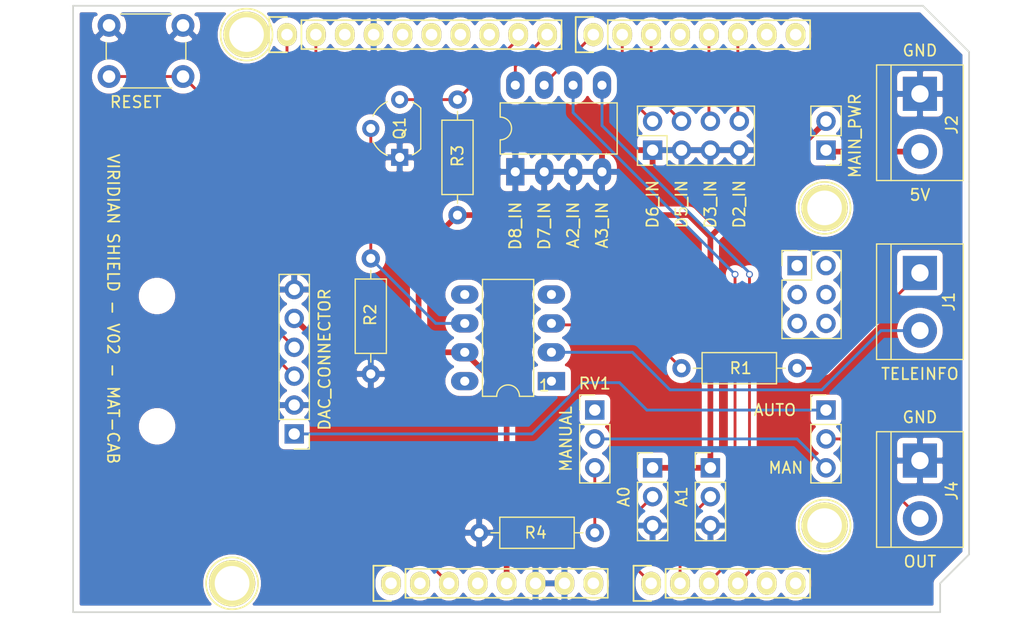
<source format=kicad_pcb>
(kicad_pcb (version 20171130) (host pcbnew "(5.1.10)-1")
  (title_block (title ViridianShield) (date 2020-05-08) (rev v02) (comment 4 "Author : Mathieu CABASSON"))
  (layers (0 F.Cu signal) (31 B.Cu signal) (34 B.Paste user hide) (35 F.Paste user) (36 B.SilkS user) (37 F.SilkS user) (38 B.Mask user) (39 F.Mask user) (44 Edge.Cuts user))
  (net 0 "")
  (net 1 +5V)
  (net 2 GND)
  (net 3 /A0)
  (net 4 /A1)
  (net 5 /SDA)
  (net 6 /SCL)
  (net 7 /D8)
  (net 8 /D7)
  (net 9 /D6)
  (net 10 /D5)
  (net 11 /D3)
  (net 12 /D2)
  (net 13 "Net-(Q1-Pad2)")
  (net 14 /MANUAL_OUTPUT)
  (net 15 "Net-(J2-Pad2)")
  (net 16 "Net-(J3-Pad1)")
  (net 17 "Net-(J4-Pad2)")
  (net 18 "Net-(R1-Pad1)")
  (net 19 "Net-(R4-Pad1)")
  (net 20 "Net-(J1-Pad2)")
  (net 21 "Net-(J1-Pad1)")
  (net 22 /RESET)
  (net 23 /A2)
  (net 24 /A3)
  (net 25 /D9)
  (module ViridianShield:PinHeader_2x04_P2.54mm_Vertical_OtherPinAlloc (layer F.Cu) (at 161.925 85.725 90)
    (fp_text reference SW2 hide)
    (fp_text value D2-6_INPUT_SWITCHES)
    (fp_line (start -1.33 8.95) (end 3.87 8.95) (layer F.SilkS) (width 0.12))
    (fp_line (start -1.33 1.27) (end -1.33 8.95) (layer F.SilkS) (width 0.12))
    (fp_line (start 3.87 -1.33) (end 3.87 8.95) (layer F.SilkS) (width 0.12))
    (fp_line (start -1.33 1.27) (end 1.27 1.27) (layer F.SilkS) (width 0.12))
    (fp_line (start 1.27 1.27) (end 1.27 -1.33) (layer F.SilkS) (width 0.12))
    (fp_line (start 1.27 -1.33) (end 3.87 -1.33) (layer F.SilkS) (width 0.12))
    (fp_line (start -1.33 0) (end -1.33 -1.33) (layer F.SilkS) (width 0.12))
    (fp_line (start -1.33 -1.33) (end 0 -1.33) (layer F.SilkS) (width 0.12))
    (pad 5 thru_hole oval (at 2.54 7.62 90) (size 1.7 1.7) (drill 1) (layers *.Cu *.Mask) (net 12 /D2))
    (pad 4 thru_hole oval (at 0 7.62 90) (size 1.7 1.7) (drill 1) (layers *.Cu *.Mask) (net 2 GND))
    (pad 6 thru_hole oval (at 2.54 5.08 90) (size 1.7 1.7) (drill 1) (layers *.Cu *.Mask) (net 11 /D3))
    (pad 3 thru_hole oval (at 0 5.08 90) (size 1.7 1.7) (drill 1) (layers *.Cu *.Mask) (net 2 GND))
    (pad 7 thru_hole oval (at 2.54 2.54 90) (size 1.7 1.7) (drill 1) (layers *.Cu *.Mask) (net 10 /D5))
    (pad 2 thru_hole oval (at 0 2.54 90) (size 1.7 1.7) (drill 1) (layers *.Cu *.Mask) (net 2 GND))
    (pad 8 thru_hole oval (at 2.54 0 90) (size 1.7 1.7) (drill 1) (layers *.Cu *.Mask) (net 9 /D6))
    (pad 1 thru_hole rect (at 0 0 90) (size 1.7 1.7) (drill 1) (layers *.Cu *.Mask) (net 2 GND))
  )
  (module Connector_PinHeader_2.54mm:PinHeader_1x03_P2.54mm_Vertical (layer F.Cu) (at 156.845 108.585)
    (fp_text reference RV1 (at 0 -2.33) (layer F.SilkS))
    (fp_text value MANUAL_INPUT)
    (fp_line (start -1.33 -1.33) (end 0 -1.33) (layer F.SilkS) (width 0.12))
    (fp_line (start -1.33 0) (end -1.33 -1.33) (layer F.SilkS) (width 0.12))
    (fp_line (start -1.33 1.27) (end 1.33 1.27) (layer F.SilkS) (width 0.12))
    (fp_line (start 1.33 1.27) (end 1.33 6.41) (layer F.SilkS) (width 0.12))
    (fp_line (start -1.33 1.27) (end -1.33 6.41) (layer F.SilkS) (width 0.12))
    (fp_line (start -1.33 6.41) (end 1.33 6.41) (layer F.SilkS) (width 0.12))
    (pad 3 thru_hole oval (at 0 5.08) (size 1.7 1.7) (drill 1) (layers *.Cu *.Mask) (net 19 "Net-(R4-Pad1)"))
    (pad 2 thru_hole oval (at 0 2.54) (size 1.7 1.7) (drill 1) (layers *.Cu *.Mask) (net 14 /MANUAL_OUTPUT))
    (pad 1 thru_hole rect (at 0 0) (size 1.7 1.7) (drill 1) (layers *.Cu *.Mask))
  )
  (module Package_DIP:DIP-8_W7.62mm_LongPads (layer F.Cu) (at 149.86 87.63 90)
    (fp_text reference SW1 hide)
    (fp_text value INTERNAL_SWITCHES)
    (fp_line (start 2.81 -1.33) (end 1.56 -1.33) (layer F.SilkS) (width 0.12))
    (fp_line (start 1.56 -1.33) (end 1.56 8.95) (layer F.SilkS) (width 0.12))
    (fp_line (start 1.56 8.95) (end 6.06 8.95) (layer F.SilkS) (width 0.12))
    (fp_line (start 6.06 8.95) (end 6.06 -1.33) (layer F.SilkS) (width 0.12))
    (fp_line (start 6.06 -1.33) (end 4.81 -1.33) (layer F.SilkS) (width 0.12))
    (fp_arc (start 3.81 -1.33) (end 2.81 -1.33) (angle -180) (layer F.SilkS) (width 0.12))
    (pad 8 thru_hole oval (at 7.62 0 90) (size 2.4 1.6) (drill 0.8) (layers *.Cu *.Mask) (net 7 /D8))
    (pad 4 thru_hole oval (at 0 7.62 90) (size 2.4 1.6) (drill 0.8) (layers *.Cu *.Mask) (net 2 GND))
    (pad 7 thru_hole oval (at 7.62 2.54 90) (size 2.4 1.6) (drill 0.8) (layers *.Cu *.Mask) (net 8 /D7))
    (pad 3 thru_hole oval (at 0 5.08 90) (size 2.4 1.6) (drill 0.8) (layers *.Cu *.Mask) (net 2 GND))
    (pad 6 thru_hole oval (at 7.62 5.08 90) (size 2.4 1.6) (drill 0.8) (layers *.Cu *.Mask) (net 23 /A2))
    (pad 2 thru_hole oval (at 0 2.54 90) (size 2.4 1.6) (drill 0.8) (layers *.Cu *.Mask) (net 2 GND))
    (pad 5 thru_hole oval (at 7.62 7.62 90) (size 2.4 1.6) (drill 0.8) (layers *.Cu *.Mask) (net 24 /A3))
    (pad 1 thru_hole rect (at 0 0 90) (size 2.4 1.6) (drill 0.8) (layers *.Cu *.Mask) (net 2 GND))
  )
  (module Connector_PinHeader_2.54mm:PinHeader_1x06_P2.54mm_Vertical (layer F.Cu) (at 130.43 110.685 180)
    (fp_text reference J3 hide)
    (fp_text value DAC_MODULE)
    (fp_line (start -1.33 14.03) (end 1.33 14.03) (layer F.SilkS) (width 0.12))
    (fp_line (start -1.33 1.27) (end -1.33 14.03) (layer F.SilkS) (width 0.12))
    (fp_line (start 1.33 1.27) (end 1.33 14.03) (layer F.SilkS) (width 0.12))
    (fp_line (start -1.33 1.27) (end 1.33 1.27) (layer F.SilkS) (width 0.12))
    (fp_line (start -1.33 0) (end -1.33 -1.33) (layer F.SilkS) (width 0.12))
    (fp_line (start -1.33 -1.33) (end 0 -1.33) (layer F.SilkS) (width 0.12))
    (pad 6 thru_hole oval (at 0 12.7 180) (size 1.7 1.7) (drill 1) (layers *.Cu *.Mask) (net 2 GND))
    (pad 5 thru_hole oval (at 0 10.16 180) (size 1.7 1.7) (drill 1) (layers *.Cu *.Mask) (net 1 +5V))
    (pad 4 thru_hole oval (at 0 7.62 180) (size 1.7 1.7) (drill 1) (layers *.Cu *.Mask) (net 5 /SDA))
    (pad 3 thru_hole oval (at 0 5.08 180) (size 1.7 1.7) (drill 1) (layers *.Cu *.Mask) (net 6 /SCL))
    (pad 2 thru_hole oval (at 0 2.54 180) (size 1.7 1.7) (drill 1) (layers *.Cu *.Mask) (net 2 GND))
    (pad 1 thru_hole rect (at 0 0 180) (size 1.7 1.7) (drill 1) (layers *.Cu *.Mask) (net 16 "Net-(J3-Pad1)"))
  )
  (module Resistor_THT:R_Axial_DIN0207_L6.3mm_D2.5mm_P10.16mm_Horizontal (layer F.Cu) (at 156.845 119.38 180)
    (fp_text reference R4 (at 5.2 0) (layer F.SilkS))
    (fp_text value 240)
    (fp_line (start 1.81 -1.37) (end 1.81 1.37) (layer F.SilkS) (width 0.12))
    (fp_line (start 1.81 1.37) (end 8.35 1.37) (layer F.SilkS) (width 0.12))
    (fp_line (start 8.35 1.37) (end 8.35 -1.37) (layer F.SilkS) (width 0.12))
    (fp_line (start 8.35 -1.37) (end 1.81 -1.37) (layer F.SilkS) (width 0.12))
    (fp_line (start 1.04 0) (end 1.81 0) (layer F.SilkS) (width 0.12))
    (fp_line (start 9.12 0) (end 8.35 0) (layer F.SilkS) (width 0.12))
    (pad 2 thru_hole oval (at 10.16 0 180) (size 1.6 1.6) (drill 0.8) (layers *.Cu *.Mask) (net 2 GND))
    (pad 1 thru_hole circle (at 0 0 180) (size 1.6 1.6) (drill 0.8) (layers *.Cu *.Mask) (net 19 "Net-(R4-Pad1)"))
  )
  (module Button_Switch_THT:SW_PUSH_6mm (layer F.Cu) (at 114.156 74.751)
    (fp_text reference SW5 hide)
    (fp_text value RESET_SWITCH)
    (fp_line (start 1 5.5) (end 5.5 5.5) (layer F.SilkS) (width 0.12))
    (fp_line (start -0.25 1.5) (end -0.25 3) (layer F.SilkS) (width 0.12))
    (fp_line (start 5.5 -1) (end 1 -1) (layer F.SilkS) (width 0.12))
    (fp_line (start 6.75 3) (end 6.75 1.5) (layer F.SilkS) (width 0.12))
    (pad 1 thru_hole circle (at 6.5 0 90) (size 2 2) (drill 1.1) (layers *.Cu *.Mask) (net 2 GND))
    (pad 2 thru_hole circle (at 6.5 4.5 90) (size 2 2) (drill 1.1) (layers *.Cu *.Mask) (net 22 /RESET))
    (pad 1 thru_hole circle (at 0 0 90) (size 2 2) (drill 1.1) (layers *.Cu *.Mask) (net 2 GND))
    (pad 2 thru_hole circle (at 0 4.5 90) (size 2 2) (drill 1.1) (layers *.Cu *.Mask) (net 22 /RESET))
  )
  (module MountingHole:MountingHole_2.2mm_M2 (layer F.Cu) (at 118.37 98.555 90)
    (fp_text reference REF** hide)
    (fp_text value MountingHole_2.2mm_M2)
    (pad "" np_thru_hole circle (at 0 0 90) (size 2.2 2.2) (drill 2.2) (layers *.Cu *.Mask))
  )
  (module MountingHole:MountingHole_2.2mm_M2 (layer F.Cu) (at 118.38 110.015 90)
    (fp_text reference REF** hide)
    (fp_text value MountingHole_2.2mm_M2)
    (pad 1 np_thru_hole circle (at 0 0 90) (size 2.2 2.2) (drill 2.2) (layers *.Cu *.Mask))
  )
  (module Socket_Arduino_Uno:Arduino_1pin (layer F.Cu) (at 124.968 123.825)
    (fp_text reference P5 hide)
    (fp_text value CONN_01X01 hide)
    (fp_circle (center 0 0) (end 0 -2.286) (layer F.SilkS) (width 0.15))
    (pad 1 thru_hole circle (at 0 0) (size 4.064 4.064) (drill 3.048) (layers *.Cu *.Mask F.SilkS))
  )
  (module ViridianShield:DIP-8-4_W7.62mm_LongPads (layer F.Cu) (at 153.035 106.045 180)
    (fp_text reference U1 hide)
    (fp_text value SFH620A-1)
    (fp_line (start 2.81 -1.33) (end 1.56 -1.33) (layer F.SilkS) (width 0.12))
    (fp_line (start 1.56 -1.33) (end 1.56 8.95) (layer F.SilkS) (width 0.12))
    (fp_line (start 1.56 8.95) (end 6.06 8.95) (layer F.SilkS) (width 0.12))
    (fp_line (start 6.06 8.95) (end 6.06 -1.33) (layer F.SilkS) (width 0.12))
    (fp_line (start 6.06 -1.33) (end 4.81 -1.33) (layer F.SilkS) (width 0.12))
    (fp_arc (start 3.81 -1.33) (end 2.81 -1.33) (angle -180) (layer F.SilkS) (width 0.12))
    (pad "" thru_hole oval (at 7.62 0 180) (size 2.4 1.6) (drill 0.8) (layers *.Cu *.Mask))
    (pad "" thru_hole oval (at 0 7.62 180) (size 2.4 1.6) (drill 0.8) (layers *.Cu *.Mask))
    (pad 4 thru_hole oval (at 7.62 2.54 180) (size 2.4 1.6) (drill 0.8) (layers *.Cu *.Mask) (net 1 +5V))
    (pad 2 thru_hole oval (at 0 5.08 180) (size 2.4 1.6) (drill 0.8) (layers *.Cu *.Mask) (net 18 "Net-(R1-Pad1)"))
    (pad 3 thru_hole oval (at 7.62 5.08 180) (size 2.4 1.6) (drill 0.8) (layers *.Cu *.Mask) (net 13 "Net-(Q1-Pad2)"))
    (pad 1 thru_hole oval (at 0 2.54 180) (size 2.4 1.6) (drill 0.8) (layers *.Cu *.Mask) (net 20 "Net-(J1-Pad2)"))
    (pad "" thru_hole oval (at 7.62 7.62 180) (size 2.4 1.6) (drill 0.8) (layers *.Cu *.Mask))
    (pad "" thru_hole rect (at 0 0 180) (size 2.4 1.6) (drill 0.8) (layers *.Cu *.Mask))
  )
  (module Connector_PinHeader_2.54mm:PinHeader_1x03_P2.54mm_Vertical (layer F.Cu) (at 177.165 108.585)
    (fp_text reference SW4 hide)
    (fp_text value AUTO_MANUAL_SWITCH)
    (fp_line (start -1.33 6.41) (end 1.33 6.41) (layer F.SilkS) (width 0.12))
    (fp_line (start -1.33 1.27) (end -1.33 6.41) (layer F.SilkS) (width 0.12))
    (fp_line (start 1.33 1.27) (end 1.33 6.41) (layer F.SilkS) (width 0.12))
    (fp_line (start -1.33 1.27) (end 1.33 1.27) (layer F.SilkS) (width 0.12))
    (fp_line (start -1.33 0) (end -1.33 -1.33) (layer F.SilkS) (width 0.12))
    (fp_line (start -1.33 -1.33) (end 0 -1.33) (layer F.SilkS) (width 0.12))
    (pad 3 thru_hole oval (at 0 5.08) (size 1.7 1.7) (drill 1) (layers *.Cu *.Mask) (net 14 /MANUAL_OUTPUT))
    (pad 2 thru_hole oval (at 0 2.54) (size 1.7 1.7) (drill 1) (layers *.Cu *.Mask) (net 17 "Net-(J4-Pad2)"))
    (pad 1 thru_hole rect (at 0 0) (size 1.7 1.7) (drill 1) (layers *.Cu *.Mask) (net 16 "Net-(J3-Pad1)"))
  )
  (module Connector_PinHeader_2.54mm:PinHeader_1x02_P2.54mm_Vertical (layer F.Cu) (at 177.165 85.725 180)
    (fp_text reference SW3 hide)
    (fp_text value MAIN_POWER_SWITCH)
    (fp_line (start -1.33 3.87) (end 1.33 3.87) (layer F.SilkS) (width 0.12))
    (fp_line (start -1.33 1.27) (end -1.33 3.87) (layer F.SilkS) (width 0.12))
    (fp_line (start 1.33 1.27) (end 1.33 3.87) (layer F.SilkS) (width 0.12))
    (fp_line (start -1.33 1.27) (end 1.33 1.27) (layer F.SilkS) (width 0.12))
    (fp_line (start -1.33 0) (end -1.33 -1.33) (layer F.SilkS) (width 0.12))
    (fp_line (start -1.33 -1.33) (end 0 -1.33) (layer F.SilkS) (width 0.12))
    (pad 2 thru_hole oval (at 0 2.54 180) (size 1.7 1.7) (drill 1) (layers *.Cu *.Mask) (net 1 +5V))
    (pad 1 thru_hole rect (at 0 0 180) (size 1.7 1.7) (drill 1) (layers *.Cu *.Mask) (net 15 "Net-(J2-Pad2)"))
  )
  (module Connector_PinHeader_2.54mm:PinHeader_1x03_P2.54mm_Vertical (layer F.Cu) (at 167.005 113.665)
    (fp_text reference RV3 hide)
    (fp_text value A1_INPUT)
    (fp_line (start -1.33 6.41) (end 1.33 6.41) (layer F.SilkS) (width 0.12))
    (fp_line (start -1.33 1.27) (end -1.33 6.41) (layer F.SilkS) (width 0.12))
    (fp_line (start 1.33 1.27) (end 1.33 6.41) (layer F.SilkS) (width 0.12))
    (fp_line (start -1.33 1.27) (end 1.33 1.27) (layer F.SilkS) (width 0.12))
    (fp_line (start -1.33 0) (end -1.33 -1.33) (layer F.SilkS) (width 0.12))
    (fp_line (start -1.33 -1.33) (end 0 -1.33) (layer F.SilkS) (width 0.12))
    (pad 3 thru_hole oval (at 0 5.08) (size 1.7 1.7) (drill 1) (layers *.Cu *.Mask) (net 2 GND))
    (pad 2 thru_hole oval (at 0 2.54) (size 1.7 1.7) (drill 1) (layers *.Cu *.Mask) (net 4 /A1))
    (pad 1 thru_hole rect (at 0 0) (size 1.7 1.7) (drill 1) (layers *.Cu *.Mask) (net 1 +5V))
  )
  (module Connector_PinHeader_2.54mm:PinHeader_1x03_P2.54mm_Vertical (layer F.Cu) (at 161.925 113.665)
    (fp_text reference RV2 hide)
    (fp_text value A0_INPUT)
    (fp_line (start -1.33 6.41) (end 1.33 6.41) (layer F.SilkS) (width 0.12))
    (fp_line (start -1.33 1.27) (end -1.33 6.41) (layer F.SilkS) (width 0.12))
    (fp_line (start 1.33 1.27) (end 1.33 6.41) (layer F.SilkS) (width 0.12))
    (fp_line (start -1.33 1.27) (end 1.33 1.27) (layer F.SilkS) (width 0.12))
    (fp_line (start -1.33 0) (end -1.33 -1.33) (layer F.SilkS) (width 0.12))
    (fp_line (start -1.33 -1.33) (end 0 -1.33) (layer F.SilkS) (width 0.12))
    (pad 3 thru_hole oval (at 0 5.08) (size 1.7 1.7) (drill 1) (layers *.Cu *.Mask) (net 2 GND))
    (pad 2 thru_hole oval (at 0 2.54) (size 1.7 1.7) (drill 1) (layers *.Cu *.Mask) (net 3 /A0))
    (pad 1 thru_hole rect (at 0 0) (size 1.7 1.7) (drill 1) (layers *.Cu *.Mask) (net 1 +5V))
  )
  (module Resistor_THT:R_Axial_DIN0207_L6.3mm_D2.5mm_P10.16mm_Horizontal (layer F.Cu) (at 144.78 91.44 90)
    (fp_text reference R3 (at 5.2 0 90) (layer F.SilkS))
    (fp_text value 10k)
    (fp_line (start 1.81 -1.37) (end 1.81 1.37) (layer F.SilkS) (width 0.12))
    (fp_line (start 1.81 1.37) (end 8.35 1.37) (layer F.SilkS) (width 0.12))
    (fp_line (start 8.35 1.37) (end 8.35 -1.37) (layer F.SilkS) (width 0.12))
    (fp_line (start 8.35 -1.37) (end 1.81 -1.37) (layer F.SilkS) (width 0.12))
    (fp_line (start 1.04 0) (end 1.81 0) (layer F.SilkS) (width 0.12))
    (fp_line (start 9.12 0) (end 8.35 0) (layer F.SilkS) (width 0.12))
    (pad 2 thru_hole oval (at 10.16 0 90) (size 1.6 1.6) (drill 0.8) (layers *.Cu *.Mask) (net 25 /D9))
    (pad 1 thru_hole circle (at 0 0 90) (size 1.6 1.6) (drill 0.8) (layers *.Cu *.Mask) (net 1 +5V))
  )
  (module Resistor_THT:R_Axial_DIN0207_L6.3mm_D2.5mm_P10.16mm_Horizontal (layer F.Cu) (at 137.16 95.25 270)
    (fp_text reference R2 (at 4.96 0.04 90) (layer F.SilkS))
    (fp_text value 10k)
    (fp_line (start 1.81 -1.37) (end 1.81 1.37) (layer F.SilkS) (width 0.12))
    (fp_line (start 1.81 1.37) (end 8.35 1.37) (layer F.SilkS) (width 0.12))
    (fp_line (start 8.35 1.37) (end 8.35 -1.37) (layer F.SilkS) (width 0.12))
    (fp_line (start 8.35 -1.37) (end 1.81 -1.37) (layer F.SilkS) (width 0.12))
    (fp_line (start 1.04 0) (end 1.81 0) (layer F.SilkS) (width 0.12))
    (fp_line (start 9.12 0) (end 8.35 0) (layer F.SilkS) (width 0.12))
    (pad 2 thru_hole oval (at 10.16 0 270) (size 1.6 1.6) (drill 0.8) (layers *.Cu *.Mask) (net 2 GND))
    (pad 1 thru_hole circle (at 0 0 270) (size 1.6 1.6) (drill 0.8) (layers *.Cu *.Mask) (net 13 "Net-(Q1-Pad2)"))
  )
  (module Resistor_THT:R_Axial_DIN0207_L6.3mm_D2.5mm_P10.16mm_Horizontal (layer F.Cu) (at 164.465 104.905)
    (fp_text reference R1 (at 5.2 0) (layer F.SilkS))
    (fp_text value 1.6k)
    (fp_line (start 1.81 -1.37) (end 1.81 1.37) (layer F.SilkS) (width 0.12))
    (fp_line (start 1.81 1.37) (end 8.35 1.37) (layer F.SilkS) (width 0.12))
    (fp_line (start 8.35 1.37) (end 8.35 -1.37) (layer F.SilkS) (width 0.12))
    (fp_line (start 8.35 -1.37) (end 1.81 -1.37) (layer F.SilkS) (width 0.12))
    (fp_line (start 1.04 0) (end 1.81 0) (layer F.SilkS) (width 0.12))
    (fp_line (start 9.12 0) (end 8.35 0) (layer F.SilkS) (width 0.12))
    (pad 2 thru_hole oval (at 10.16 0) (size 1.6 1.6) (drill 0.8) (layers *.Cu *.Mask) (net 21 "Net-(J1-Pad1)"))
    (pad 1 thru_hole circle (at 0 0) (size 1.6 1.6) (drill 0.8) (layers *.Cu *.Mask) (net 18 "Net-(R1-Pad1)"))
  )
  (module TerminalBlock:TerminalBlock_bornier-2_P5.08mm (layer F.Cu) (at 185.42 113.03 270)
    (fp_text reference J4 (at 2.667 -2.802 90) (layer F.SilkS))
    (fp_text value VIRIDIAN_CONNECTOR)
    (fp_line (start 7.62 2.54) (end -2.54 2.54) (layer F.SilkS) (width 0.12))
    (fp_line (start 7.62 3.81) (end 7.62 -3.81) (layer F.SilkS) (width 0.12))
    (fp_line (start 7.62 -3.81) (end -2.54 -3.81) (layer F.SilkS) (width 0.12))
    (fp_line (start -2.54 -3.81) (end -2.54 3.81) (layer F.SilkS) (width 0.12))
    (fp_line (start -2.54 3.81) (end 7.62 3.81) (layer F.SilkS) (width 0.12))
    (pad 2 thru_hole circle (at 5.08 0 270) (size 3 3) (drill 1.52) (layers *.Cu *.Mask) (net 17 "Net-(J4-Pad2)"))
    (pad 1 thru_hole rect (at 0 0 270) (size 3 3) (drill 1.52) (layers *.Cu *.Mask) (net 2 GND))
  )
  (module TerminalBlock:TerminalBlock_bornier-2_P5.08mm (layer F.Cu) (at 185.42 80.775 270)
    (fp_text reference J2 (at 2.72 -2.8 90) (layer F.SilkS))
    (fp_text value POWER_INPUT)
    (fp_line (start 7.62 2.54) (end -2.54 2.54) (layer F.SilkS) (width 0.12))
    (fp_line (start 7.62 3.81) (end 7.62 -3.81) (layer F.SilkS) (width 0.12))
    (fp_line (start 7.62 -3.81) (end -2.54 -3.81) (layer F.SilkS) (width 0.12))
    (fp_line (start -2.54 -3.81) (end -2.54 3.81) (layer F.SilkS) (width 0.12))
    (fp_line (start -2.54 3.81) (end 7.62 3.81) (layer F.SilkS) (width 0.12))
    (pad 2 thru_hole circle (at 5.08 0 270) (size 3 3) (drill 1.52) (layers *.Cu *.Mask) (net 15 "Net-(J2-Pad2)"))
    (pad 1 thru_hole rect (at 0 0 270) (size 3 3) (drill 1.52) (layers *.Cu *.Mask) (net 2 GND))
  )
  (module TerminalBlock:TerminalBlock_bornier-2_P5.08mm (layer F.Cu) (at 185.42 96.52 270)
    (fp_text reference J1 (at 2.54 -2.54 90) (layer F.SilkS))
    (fp_text value TELEINFO_INPUT)
    (fp_line (start -2.54 3.81) (end 7.62 3.81) (layer F.SilkS) (width 0.12))
    (fp_line (start -2.54 -3.81) (end -2.54 3.81) (layer F.SilkS) (width 0.12))
    (fp_line (start 7.62 -3.81) (end -2.54 -3.81) (layer F.SilkS) (width 0.12))
    (fp_line (start 7.62 3.81) (end 7.62 -3.81) (layer F.SilkS) (width 0.12))
    (fp_line (start 7.62 2.54) (end -2.54 2.54) (layer F.SilkS) (width 0.12))
    (pad 1 thru_hole rect (at 0 0 270) (size 3 3) (drill 1.52) (layers *.Cu *.Mask) (net 21 "Net-(J1-Pad1)"))
    (pad 2 thru_hole circle (at 5.08 0 270) (size 3 3) (drill 1.52) (layers *.Cu *.Mask) (net 20 "Net-(J1-Pad2)"))
  )
  (module Socket_Arduino_Uno:Socket_Strip_Arduino_1x08 (layer F.Cu) (at 138.938 123.825)
    (fp_text reference P1 hide)
    (fp_text value Power)
    (fp_line (start -1.55 -1.55) (end -1.55 1.55) (layer F.SilkS) (width 0.15))
    (fp_line (start 0 -1.55) (end -1.55 -1.55) (layer F.SilkS) (width 0.15))
    (fp_line (start 1.27 1.27) (end 1.27 -1.27) (layer F.SilkS) (width 0.15))
    (fp_line (start -1.55 1.55) (end 0 1.55) (layer F.SilkS) (width 0.15))
    (fp_line (start 19.05 -1.27) (end 1.27 -1.27) (layer F.SilkS) (width 0.15))
    (fp_line (start 19.05 1.27) (end 19.05 -1.27) (layer F.SilkS) (width 0.15))
    (fp_line (start 1.27 1.27) (end 19.05 1.27) (layer F.SilkS) (width 0.15))
    (pad 1 thru_hole oval (at 0 0) (size 1.7272 2.032) (drill 1.016) (layers *.Cu *.Mask F.SilkS))
    (pad 2 thru_hole oval (at 2.54 0) (size 1.7272 2.032) (drill 1.016) (layers *.Cu *.Mask F.SilkS))
    (pad 3 thru_hole oval (at 5.08 0) (size 1.7272 2.032) (drill 1.016) (layers *.Cu *.Mask F.SilkS) (net 22 /RESET))
    (pad 4 thru_hole oval (at 7.62 0) (size 1.7272 2.032) (drill 1.016) (layers *.Cu *.Mask F.SilkS))
    (pad 5 thru_hole oval (at 10.16 0) (size 1.7272 2.032) (drill 1.016) (layers *.Cu *.Mask F.SilkS) (net 1 +5V))
    (pad 6 thru_hole oval (at 12.7 0) (size 1.7272 2.032) (drill 1.016) (layers *.Cu *.Mask F.SilkS) (net 2 GND))
    (pad 7 thru_hole oval (at 15.24 0) (size 1.7272 2.032) (drill 1.016) (layers *.Cu *.Mask F.SilkS) (net 2 GND))
    (pad 8 thru_hole oval (at 17.78 0) (size 1.7272 2.032) (drill 1.016) (layers *.Cu *.Mask F.SilkS))
  )
  (module Socket_Arduino_Uno:Socket_Strip_Arduino_1x06 (layer F.Cu) (at 161.798 123.825)
    (fp_text reference P2 hide)
    (fp_text value Analog)
    (fp_line (start -1.55 -1.55) (end -1.55 1.55) (layer F.SilkS) (width 0.15))
    (fp_line (start 0 -1.55) (end -1.55 -1.55) (layer F.SilkS) (width 0.15))
    (fp_line (start 1.27 1.27) (end 1.27 -1.27) (layer F.SilkS) (width 0.15))
    (fp_line (start -1.55 1.55) (end 0 1.55) (layer F.SilkS) (width 0.15))
    (fp_line (start 13.97 -1.27) (end 1.27 -1.27) (layer F.SilkS) (width 0.15))
    (fp_line (start 13.97 1.27) (end 13.97 -1.27) (layer F.SilkS) (width 0.15))
    (fp_line (start 1.27 1.27) (end 13.97 1.27) (layer F.SilkS) (width 0.15))
    (pad 1 thru_hole oval (at 0 0) (size 1.7272 2.032) (drill 1.016) (layers *.Cu *.Mask F.SilkS) (net 3 /A0))
    (pad 2 thru_hole oval (at 2.54 0) (size 1.7272 2.032) (drill 1.016) (layers *.Cu *.Mask F.SilkS) (net 4 /A1))
    (pad 3 thru_hole oval (at 5.08 0) (size 1.7272 2.032) (drill 1.016) (layers *.Cu *.Mask F.SilkS) (net 23 /A2))
    (pad 4 thru_hole oval (at 7.62 0) (size 1.7272 2.032) (drill 1.016) (layers *.Cu *.Mask F.SilkS) (net 24 /A3))
    (pad 5 thru_hole oval (at 10.16 0) (size 1.7272 2.032) (drill 1.016) (layers *.Cu *.Mask F.SilkS))
    (pad 6 thru_hole oval (at 12.7 0) (size 1.7272 2.032) (drill 1.016) (layers *.Cu *.Mask F.SilkS))
  )
  (module Socket_Arduino_Uno:Socket_Strip_Arduino_1x10 (layer F.Cu) (at 129.794 75.565)
    (fp_text reference P3 hide)
    (fp_text value Digital)
    (fp_line (start -1.55 -1.55) (end -1.55 1.55) (layer F.SilkS) (width 0.15))
    (fp_line (start 0 -1.55) (end -1.55 -1.55) (layer F.SilkS) (width 0.15))
    (fp_line (start 1.27 1.27) (end 1.27 -1.27) (layer F.SilkS) (width 0.15))
    (fp_line (start -1.55 1.55) (end 0 1.55) (layer F.SilkS) (width 0.15))
    (fp_line (start 24.13 -1.27) (end 1.27 -1.27) (layer F.SilkS) (width 0.15))
    (fp_line (start 24.13 1.27) (end 24.13 -1.27) (layer F.SilkS) (width 0.15))
    (fp_line (start 1.27 1.27) (end 24.13 1.27) (layer F.SilkS) (width 0.15))
    (pad 1 thru_hole oval (at 0 0) (size 1.7272 2.032) (drill 1.016) (layers *.Cu *.Mask F.SilkS) (net 6 /SCL))
    (pad 2 thru_hole oval (at 2.54 0) (size 1.7272 2.032) (drill 1.016) (layers *.Cu *.Mask F.SilkS) (net 5 /SDA))
    (pad 3 thru_hole oval (at 5.08 0) (size 1.7272 2.032) (drill 1.016) (layers *.Cu *.Mask F.SilkS))
    (pad 4 thru_hole oval (at 7.62 0) (size 1.7272 2.032) (drill 1.016) (layers *.Cu *.Mask F.SilkS) (net 2 GND))
    (pad 5 thru_hole oval (at 10.16 0) (size 1.7272 2.032) (drill 1.016) (layers *.Cu *.Mask F.SilkS))
    (pad 6 thru_hole oval (at 12.7 0) (size 1.7272 2.032) (drill 1.016) (layers *.Cu *.Mask F.SilkS))
    (pad 7 thru_hole oval (at 15.24 0) (size 1.7272 2.032) (drill 1.016) (layers *.Cu *.Mask F.SilkS))
    (pad 8 thru_hole oval (at 17.78 0) (size 1.7272 2.032) (drill 1.016) (layers *.Cu *.Mask F.SilkS))
    (pad 9 thru_hole oval (at 20.32 0) (size 1.7272 2.032) (drill 1.016) (layers *.Cu *.Mask F.SilkS) (net 25 /D9))
    (pad 10 thru_hole oval (at 22.86 0) (size 1.7272 2.032) (drill 1.016) (layers *.Cu *.Mask F.SilkS) (net 7 /D8))
  )
  (module Socket_Arduino_Uno:Socket_Strip_Arduino_1x08 (layer F.Cu) (at 156.718 75.565)
    (fp_text reference P4 hide)
    (fp_text value Digital)
    (fp_line (start -1.55 -1.55) (end -1.55 1.55) (layer F.SilkS) (width 0.15))
    (fp_line (start 0 -1.55) (end -1.55 -1.55) (layer F.SilkS) (width 0.15))
    (fp_line (start 1.27 1.27) (end 1.27 -1.27) (layer F.SilkS) (width 0.15))
    (fp_line (start -1.55 1.55) (end 0 1.55) (layer F.SilkS) (width 0.15))
    (fp_line (start 19.05 -1.27) (end 1.27 -1.27) (layer F.SilkS) (width 0.15))
    (fp_line (start 19.05 1.27) (end 19.05 -1.27) (layer F.SilkS) (width 0.15))
    (fp_line (start 1.27 1.27) (end 19.05 1.27) (layer F.SilkS) (width 0.15))
    (pad 1 thru_hole oval (at 0 0) (size 1.7272 2.032) (drill 1.016) (layers *.Cu *.Mask F.SilkS) (net 8 /D7))
    (pad 2 thru_hole oval (at 2.54 0) (size 1.7272 2.032) (drill 1.016) (layers *.Cu *.Mask F.SilkS) (net 9 /D6))
    (pad 3 thru_hole oval (at 5.08 0) (size 1.7272 2.032) (drill 1.016) (layers *.Cu *.Mask F.SilkS) (net 10 /D5))
    (pad 4 thru_hole oval (at 7.62 0) (size 1.7272 2.032) (drill 1.016) (layers *.Cu *.Mask F.SilkS))
    (pad 5 thru_hole oval (at 10.16 0) (size 1.7272 2.032) (drill 1.016) (layers *.Cu *.Mask F.SilkS) (net 11 /D3))
    (pad 6 thru_hole oval (at 12.7 0) (size 1.7272 2.032) (drill 1.016) (layers *.Cu *.Mask F.SilkS) (net 12 /D2))
    (pad 7 thru_hole oval (at 15.24 0) (size 1.7272 2.032) (drill 1.016) (layers *.Cu *.Mask F.SilkS))
    (pad 8 thru_hole oval (at 17.78 0) (size 1.7272 2.032) (drill 1.016) (layers *.Cu *.Mask F.SilkS))
  )
  (module Socket_Arduino_Uno:Arduino_1pin (layer F.Cu) (at 177.038 118.745)
    (fp_text reference P6 hide)
    (fp_text value CONN_01X01 hide)
    (fp_circle (center 0 0) (end 0 -2.286) (layer F.SilkS) (width 0.15))
    (pad 1 thru_hole circle (at 0 0) (size 4.064 4.064) (drill 3.048) (layers *.Cu *.Mask F.SilkS))
  )
  (module Socket_Arduino_Uno:Arduino_1pin (layer F.Cu) (at 126.238 75.565)
    (fp_text reference P7 hide)
    (fp_text value CONN_01X01 hide)
    (fp_circle (center 0 0) (end 0 -2.286) (layer F.SilkS) (width 0.15))
    (pad 1 thru_hole circle (at 0 0) (size 4.064 4.064) (drill 3.048) (layers *.Cu *.Mask F.SilkS))
  )
  (module Socket_Arduino_Uno:Arduino_1pin (layer F.Cu) (at 177.038 90.805)
    (fp_text reference P8 hide)
    (fp_text value CONN_01X01 hide)
    (fp_circle (center 0 0) (end 0 -2.286) (layer F.SilkS) (width 0.15))
    (pad 1 thru_hole circle (at 0 0) (size 4.064 4.064) (drill 3.048) (layers *.Cu *.Mask F.SilkS))
  )
  (module Package_TO_SOT_THT:TO-92_Wide (layer F.Cu) (at 139.7 86.36 90)
    (fp_text reference Q1 (at 2.55 0 90) (layer F.SilkS))
    (fp_text value 2N7000)
    (fp_line (start 0.74 1.85) (end 4.34 1.85) (layer F.SilkS) (width 0.12))
    (fp_arc (start 2.54 0) (end 0.74 1.85) (angle 20) (layer F.SilkS) (width 0.12))
    (fp_arc (start 2.54 0) (end 1.4 -2.35) (angle -39.12170074) (layer F.SilkS) (width 0.12))
    (fp_arc (start 2.54 0) (end 3.65 -2.35) (angle 39.71668247) (layer F.SilkS) (width 0.12))
    (fp_arc (start 2.54 0) (end 4.34 1.85) (angle -20) (layer F.SilkS) (width 0.12))
    (pad 2 thru_hole circle (at 2.54 -2.54 180) (size 1.5 1.5) (drill 0.8) (layers *.Cu *.Mask) (net 13 "Net-(Q1-Pad2)"))
    (pad 3 thru_hole circle (at 5.08 0 180) (size 1.5 1.5) (drill 0.8) (layers *.Cu *.Mask) (net 25 /D9))
    (pad 1 thru_hole rect (at 0 0 180) (size 1.5 1.5) (drill 0.8) (layers *.Cu *.Mask) (net 2 GND))
  )
  (module Connector_PinHeader_2.54mm:PinHeader_2x03_P2.54mm_Vertical (layer F.Cu) (at 174.625 95.885)
    (fp_text reference P9 hide)
    (fp_text value Conn_02x03_Odd_Even)
    (fp_line (start -1.33 -1.33) (end 0 -1.33) (layer F.SilkS) (width 0.12))
    (fp_line (start -1.33 0) (end -1.33 -1.33) (layer F.SilkS) (width 0.12))
    (fp_line (start 1.27 -1.33) (end 3.87 -1.33) (layer F.SilkS) (width 0.12))
    (fp_line (start 1.27 1.27) (end 1.27 -1.33) (layer F.SilkS) (width 0.12))
    (fp_line (start -1.33 1.27) (end 1.27 1.27) (layer F.SilkS) (width 0.12))
    (fp_line (start 3.87 -1.33) (end 3.87 6.41) (layer F.SilkS) (width 0.12))
    (fp_line (start -1.33 1.27) (end -1.33 6.41) (layer F.SilkS) (width 0.12))
    (fp_line (start -1.33 6.41) (end 3.87 6.41) (layer F.SilkS) (width 0.12))
    (pad 1 thru_hole rect (at 0 0) (size 1.7 1.7) (drill 1) (layers *.Cu *.Mask))
    (pad 2 thru_hole oval (at 2.54 0) (size 1.7 1.7) (drill 1) (layers *.Cu *.Mask))
    (pad 3 thru_hole oval (at 0 2.54) (size 1.7 1.7) (drill 1) (layers *.Cu *.Mask))
    (pad 4 thru_hole oval (at 2.54 2.54) (size 1.7 1.7) (drill 1) (layers *.Cu *.Mask))
    (pad 5 thru_hole oval (at 0 5.08) (size 1.7 1.7) (drill 1) (layers *.Cu *.Mask))
    (pad 6 thru_hole oval (at 2.54 5.08) (size 1.7 1.7) (drill 1) (layers *.Cu *.Mask))
  )
  (gr_text GND (at 185.42 109.22) (layer F.SilkS) (effects (font (size 1 1))))
  (gr_text GND (at 185.42 76.965) (layer F.SilkS) (effects (font (size 1 1))))
  (gr_text TELEINFO (at 185.42 105.41) (layer F.SilkS) (effects (font (size 1 1))))
  (gr_text MAIN_PWR (at 179.705 80.645 90) (layer F.SilkS) (effects (font (size 1 1)) (justify right)))
  (gr_text A1 (at 164.465 116.205 90) (layer F.SilkS) (effects (font (size 1 1))))
  (gr_text A0 (at 159.385 116.205 90) (layer F.SilkS) (effects (font (size 1 1))))
  (gr_text MANUAL (at 154.305 111.125 90) (layer F.SilkS) (effects (font (size 1 1))))
  (gr_text MAN (at 175.26 113.665) (layer F.SilkS) (effects (font (size 1 1)) (justify right)))
  (gr_text AUTO (at 174.625 108.585) (layer F.SilkS) (effects (font (size 1 1)) (justify right)))
  (gr_text RESET (at 116.5 81.5) (layer F.SilkS) (effects (font (size 1 1))))
  (gr_text DAC_CONNECTOR (at 133.096 104.14 90) (layer F.SilkS) (effects (font (size 1 1))))
  (gr_line (start 110.998 73.025) (end 110.998 126.365) (angle 90) (layer Edge.Cuts) (width 0.15))
  (gr_text "VIRIDIAN SHIELD - V02 - MAT-CAB" (at 114.518 99.695 270) (layer F.SilkS) (effects (font (size 1 1))))
  (gr_text 1 (at 152.4 106.426) (layer F.SilkS) (effects (font (size 1 1))))
  (gr_text D2_IN (at 169.545 88.265 90) (layer F.SilkS) (effects (font (size 1 1)) (justify right)))
  (gr_text D3_IN (at 167.005 88.265 90) (layer F.SilkS) (effects (font (size 1 1)) (justify right)))
  (gr_text D5_IN (at 164.465 88.265 90) (layer F.SilkS) (effects (font (size 1 1)) (justify right)))
  (gr_text D6_IN (at 161.925 88.265 90) (layer F.SilkS) (effects (font (size 1 1)) (justify right)))
  (gr_text A3_IN (at 157.48 90.17 90) (layer F.SilkS) (effects (font (size 1 1)) (justify right)))
  (gr_text A2_IN (at 154.94 90.17 90) (layer F.SilkS) (effects (font (size 1 1)) (justify right)))
  (gr_text D7_IN (at 152.4 90.17 90) (layer F.SilkS) (effects (font (size 1 1)) (justify right)))
  (gr_text D8_IN (at 149.86 90.17 90) (layer F.SilkS) (effects (font (size 1 1)) (justify right)))
  (gr_text 5V (at 185.42 89.665) (layer F.SilkS) (effects (font (size 1 1))))
  (gr_text OUT (at 185.42 121.92) (layer F.SilkS) (effects (font (size 1 1))))
  (gr_line (start 187.198 74.549) (end 185.674 73.025) (angle 90) (layer Edge.Cuts) (width 0.15))
  (gr_line (start 189.738 88.519) (end 189.738 77.089) (angle 90) (layer Edge.Cuts) (width 0.15))
  (gr_line (start 189.738 77.089) (end 187.198 74.549) (angle 90) (layer Edge.Cuts) (width 0.15))
  (gr_line (start 189.738 121.285) (end 189.738 88.519) (angle 90) (layer Edge.Cuts) (width 0.15))
  (gr_line (start 187.198 123.825) (end 189.738 121.285) (angle 90) (layer Edge.Cuts) (width 0.15))
  (gr_line (start 187.198 126.365) (end 187.198 123.825) (angle 90) (layer Edge.Cuts) (width 0.15))
  (gr_line (start 110.998 126.365) (end 187.198 126.365) (angle 90) (layer Edge.Cuts) (width 0.15))
  (gr_line (start 185.674 73.025) (end 110.998 73.025) (angle 90) (layer Edge.Cuts) (width 0.15))
  (segment (start 167.005 93.345) (end 167.005 113.665) (width 0.5) (layer F.Cu) (net 1))
  (segment (start 177.165 83.185) (end 167.005 93.345) (width 0.5) (layer F.Cu) (net 1))
  (segment (start 167.005 113.665) (end 161.925 113.665) (width 0.5) (layer F.Cu) (net 1))
  (segment (start 133.41 103.505) (end 130.43 100.525) (width 0.5) (layer F.Cu) (net 1))
  (segment (start 141.36 94.86) (end 141.36 103.505) (width 0.5) (layer F.Cu) (net 1))
  (segment (start 141.36 103.505) (end 133.41 103.505) (width 0.5) (layer F.Cu) (net 1))
  (segment (start 144.78 91.44) (end 141.36 94.86) (width 0.5) (layer F.Cu) (net 1))
  (segment (start 145.415 103.505) (end 141.36 103.505) (width 0.5) (layer F.Cu) (net 1))
  (segment (start 165.1 91.44) (end 167.005 93.345) (width 0.5) (layer F.Cu) (net 1))
  (segment (start 144.78 91.44) (end 165.1 91.44) (width 0.5) (layer F.Cu) (net 1))
  (segment (start 149.098 107.188) (end 149.098 123.825) (width 0.5) (layer F.Cu) (net 1))
  (segment (start 145.415 103.505) (end 149.098 107.188) (width 0.5) (layer F.Cu) (net 1))
  (segment (start 161.925 116.205) (end 159.01 119.12) (width 0.25) (layer F.Cu) (net 3))
  (segment (start 159.01 121.037) (end 161.798 123.825) (width 0.25) (layer F.Cu) (net 3))
  (segment (start 159.01 119.12) (end 159.01 121.037) (width 0.25) (layer F.Cu) (net 3))
  (segment (start 164.338 118.872) (end 164.338 123.825) (width 0.25) (layer F.Cu) (net 4))
  (segment (start 167.005 116.205) (end 164.338 118.872) (width 0.25) (layer F.Cu) (net 4))
  (segment (start 132.334 75.565) (end 132.334 77.606) (width 0.25) (layer F.Cu) (net 5))
  (segment (start 132.334 77.606) (end 126.625 83.315) (width 0.25) (layer F.Cu) (net 5))
  (segment (start 126.625 99.26) (end 130.43 103.065) (width 0.25) (layer F.Cu) (net 5))
  (segment (start 126.625 83.315) (end 126.625 99.26) (width 0.25) (layer F.Cu) (net 5))
  (segment (start 129.794 75.565) (end 129.794 78.241) (width 0.25) (layer F.Cu) (net 6))
  (segment (start 129.794 78.241) (end 125.355 82.68) (width 0.25) (layer F.Cu) (net 6))
  (segment (start 125.355 100.53) (end 130.43 105.605) (width 0.25) (layer F.Cu) (net 6))
  (segment (start 125.355 82.68) (end 125.355 100.53) (width 0.25) (layer F.Cu) (net 6))
  (segment (start 149.86 78.359) (end 152.654 75.565) (width 0.25) (layer F.Cu) (net 7))
  (segment (start 149.86 80.01) (end 149.86 78.359) (width 0.25) (layer F.Cu) (net 7))
  (segment (start 152.4 79.883) (end 156.718 75.565) (width 0.25) (layer F.Cu) (net 8))
  (segment (start 152.4 80.01) (end 152.4 79.883) (width 0.25) (layer F.Cu) (net 8))
  (segment (start 159.258 80.518) (end 161.925 83.185) (width 0.25) (layer F.Cu) (net 9))
  (segment (start 159.258 75.565) (end 159.258 80.518) (width 0.25) (layer F.Cu) (net 9))
  (segment (start 161.798 80.518) (end 164.465 83.185) (width 0.25) (layer F.Cu) (net 10))
  (segment (start 161.798 75.565) (end 161.798 80.518) (width 0.25) (layer F.Cu) (net 10))
  (segment (start 166.878 83.058) (end 167.005 83.185) (width 0.25) (layer F.Cu) (net 11))
  (segment (start 166.878 75.565) (end 166.878 83.058) (width 0.25) (layer F.Cu) (net 11))
  (segment (start 169.418 83.058) (end 169.545 83.185) (width 0.25) (layer F.Cu) (net 12))
  (segment (start 169.418 75.565) (end 169.418 83.058) (width 0.25) (layer F.Cu) (net 12))
  (segment (start 137.16 95.25) (end 137.16 83.82) (width 0.25) (layer F.Cu) (net 13))
  (segment (start 142.875 100.965) (end 137.16 95.25) (width 0.25) (layer B.Cu) (net 13))
  (segment (start 145.415 100.965) (end 142.875 100.965) (width 0.25) (layer B.Cu) (net 13))
  (segment (start 174.625 111.125) (end 156.845 111.125) (width 0.25) (layer B.Cu) (net 14))
  (segment (start 177.165 113.665) (end 174.625 111.125) (width 0.25) (layer B.Cu) (net 14))
  (segment (start 177.8 86.36) (end 177.165 85.725) (width 0.5) (layer F.Cu) (net 15))
  (segment (start 177.295 85.855) (end 177.165 85.725) (width 0.5) (layer F.Cu) (net 15))
  (segment (start 185.42 85.855) (end 177.295 85.855) (width 0.5) (layer F.Cu) (net 15))
  (segment (start 151.325 110.685) (end 130.43 110.685) (width 0.25) (layer B.Cu) (net 16))
  (segment (start 155.835 106.175) (end 151.325 110.685) (width 0.25) (layer B.Cu) (net 16))
  (segment (start 159.01 106.175) (end 155.835 106.175) (width 0.25) (layer B.Cu) (net 16))
  (segment (start 161.42 108.585) (end 159.01 106.175) (width 0.25) (layer B.Cu) (net 16))
  (segment (start 177.165 108.585) (end 161.42 108.585) (width 0.25) (layer B.Cu) (net 16))
  (segment (start 178.435 111.125) (end 177.165 111.125) (width 0.25) (layer F.Cu) (net 17))
  (segment (start 185.42 118.11) (end 178.435 111.125) (width 0.25) (layer F.Cu) (net 17))
  (segment (start 164.465 104.905) (end 160.655 101.095) (width 0.25) (layer F.Cu) (net 18))
  (segment (start 153.165 101.095) (end 153.035 100.965) (width 0.25) (layer F.Cu) (net 18))
  (segment (start 160.655 101.095) (end 153.165 101.095) (width 0.25) (layer F.Cu) (net 18))
  (segment (start 156.845 113.665) (end 156.845 119.38) (width 0.25) (layer F.Cu) (net 19))
  (segment (start 185.42 101.6) (end 182 101.6) (width 0.25) (layer B.Cu) (net 20))
  (segment (start 182 101.6) (end 176.79 106.81) (width 0.25) (layer B.Cu) (net 20))
  (segment (start 176.79 106.81) (end 163.455 106.81) (width 0.25) (layer B.Cu) (net 20))
  (segment (start 160.15 103.505) (end 153.035 103.505) (width 0.25) (layer B.Cu) (net 20))
  (segment (start 163.455 106.81) (end 160.15 103.505) (width 0.25) (layer B.Cu) (net 20))
  (segment (start 177.035 104.905) (end 185.42 96.52) (width 0.25) (layer F.Cu) (net 21))
  (segment (start 174.625 104.905) (end 177.035 104.905) (width 0.25) (layer F.Cu) (net 21))
  (segment (start 144.018 123.825) (end 140.973 120.78) (width 0.25) (layer F.Cu) (net 22))
  (segment (start 140.973 120.78) (end 127.895 120.78) (width 0.25) (layer F.Cu) (net 22))
  (segment (start 127.895 120.78) (end 123.45 116.335) (width 0.25) (layer F.Cu) (net 22))
  (segment (start 123.45 82.045) (end 120.656 79.251) (width 0.25) (layer F.Cu) (net 22))
  (segment (start 123.45 116.335) (end 123.45 82.045) (width 0.25) (layer F.Cu) (net 22))
  (segment (start 120.656 79.251) (end 114.156 79.251) (width 0.25) (layer F.Cu) (net 22))
  (segment (start 166.878 123.825) (end 166.878 123.707) (width 0.25) (layer F.Cu) (net 23))
  (segment (start 169.17 121.415) (end 169.17 97.92) (width 0.25) (layer F.Cu) (net 23))
  (segment (start 166.878 123.707) (end 169.17 121.415) (width 0.25) (layer F.Cu) (net 23))
  (via (at 169.17 96.65) (size 0.6) (drill 0.4) (layers F.Cu B.Cu) (net 23))
  (segment (start 169.17 97.92) (end 169.17 96.65) (width 0.25) (layer F.Cu) (net 23))
  (segment (start 154.94 82.42) (end 154.94 80.01) (width 0.25) (layer B.Cu) (net 23))
  (segment (start 169.17 96.65) (end 154.94 82.42) (width 0.25) (layer B.Cu) (net 23))
  (via (at 170.44 96.65) (size 0.6) (drill 0.4) (layers F.Cu B.Cu) (net 24))
  (segment (start 170.44 96.525002) (end 170.44 96.65) (width 0.25) (layer B.Cu) (net 24))
  (segment (start 157.48 83.565002) (end 170.44 96.525002) (width 0.25) (layer B.Cu) (net 24))
  (segment (start 157.48 80.01) (end 157.48 83.565002) (width 0.25) (layer B.Cu) (net 24))
  (segment (start 170.44 122.803) (end 169.418 123.825) (width 0.25) (layer F.Cu) (net 24))
  (segment (start 170.44 96.65) (end 170.44 122.803) (width 0.25) (layer F.Cu) (net 24))
  (segment (start 139.7 81.28) (end 144.78 81.28) (width 0.25) (layer F.Cu) (net 25))
  (segment (start 150.114 75.946) (end 150.114 75.565) (width 0.25) (layer F.Cu) (net 25))
  (segment (start 144.78 81.28) (end 150.114 75.946) (width 0.25) (layer F.Cu) (net 25))
  (zone (net 2) (net_name GND) (layer F.Cu) (connect_pads (clearance 0.508)) (min_thickness 0.254) (fill yes (arc_segments 32) (thermal_gap 0.508) (thermal_bridge_width 0.508))
    (polygon (pts (xy 194.57 127.765) (xy 110.115 127.765) (xy 110.115 72.52) (xy 194.57 72.52)))
  )
  (zone (net 2) (net_name GND) (layer B.Cu) (connect_pads (clearance 0.508)) (min_thickness 0.254) (fill yes (arc_segments 32) (thermal_gap 0.508) (thermal_bridge_width 0.508))
    (polygon (pts (xy 194.57 127.765) (xy 110.115 127.765) (xy 110.115 72.52) (xy 194.57 72.52)))
  )
)
</source>
